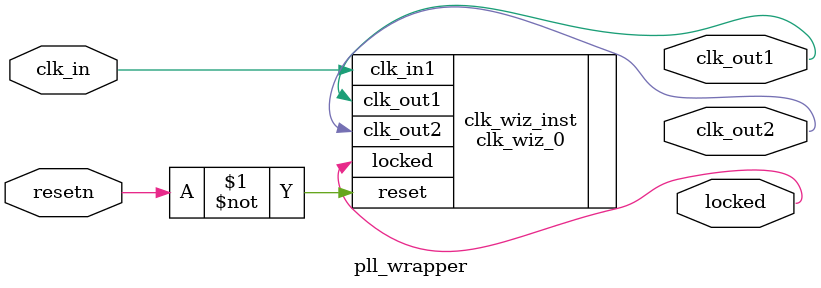
<source format=sv>
`timescale 1ns / 1ps

module pll_wrapper(
    input wire clk_in,          // Primary clock input
    input wire resetn,          // Active-low reset input
    output wire clk_out1,       // Clock output 1
    output wire clk_out2,       // Clock output 2 (if needed)
    output wire locked          // PLL lock status signal
    // Add additional clock outputs if needed
);

    // Instantiate the Clocking Wizard IP
    clk_wiz_0 clk_wiz_inst (
        .clk_in1(clk_in),       // Connect input clock
        .reset(~resetn),        // Active-high reset for the IP (inverted resetn)
        .clk_out1(clk_out1),    // Connect output clock 1
        .clk_out2(clk_out2),    // Connect output clock 2 (if needed)
        .locked(locked)         // Connect PLL locked signal
    );

endmodule



</source>
